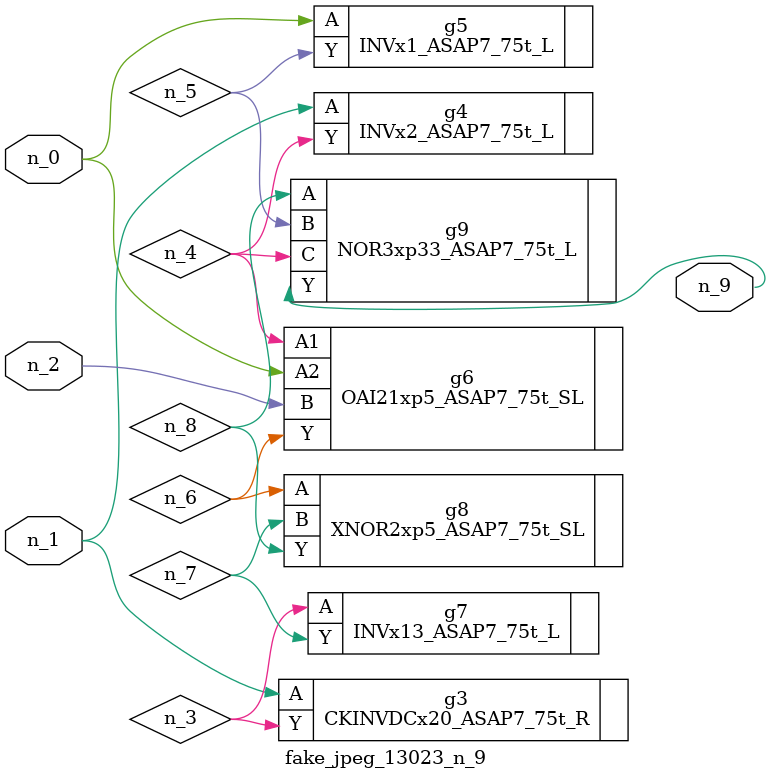
<source format=v>
module fake_jpeg_13023_n_9 (n_0, n_2, n_1, n_9);

input n_0;
input n_2;
input n_1;

output n_9;

wire n_3;
wire n_4;
wire n_8;
wire n_6;
wire n_5;
wire n_7;

CKINVDCx20_ASAP7_75t_R g3 ( 
.A(n_1),
.Y(n_3)
);

INVx2_ASAP7_75t_L g4 ( 
.A(n_1),
.Y(n_4)
);

INVx1_ASAP7_75t_L g5 ( 
.A(n_0),
.Y(n_5)
);

OAI21xp5_ASAP7_75t_SL g6 ( 
.A1(n_4),
.A2(n_0),
.B(n_2),
.Y(n_6)
);

XNOR2xp5_ASAP7_75t_SL g8 ( 
.A(n_6),
.B(n_7),
.Y(n_8)
);

INVx13_ASAP7_75t_L g7 ( 
.A(n_3),
.Y(n_7)
);

NOR3xp33_ASAP7_75t_L g9 ( 
.A(n_8),
.B(n_5),
.C(n_4),
.Y(n_9)
);


endmodule
</source>
